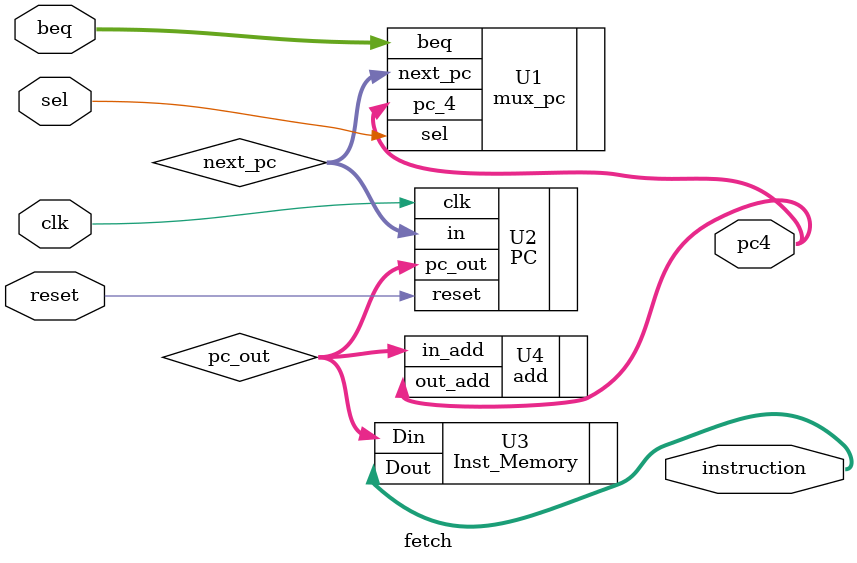
<source format=v>
`timescale 1ns / 1ps


module fetch(clk,instruction,pc4,beq,sel,reset);

input clk;
input [31:0] beq;
input sel;
input reset;

output [31:0] instruction;
output [31:0] pc4;

//wire [31:0] out_add;
wire [31:0] next_pc;
wire [31:0] pc_out;
//wire [31:0] Dout;

//////////////////////////   
//////////////////////////

mux_pc U1(
    //INPUT//
        .pc_4(pc4),
        .beq(beq),
        .sel(sel),
        
    //OUTPUT//  
        .next_pc(next_pc)
);

//////////////////////////   
//////////////////////////

PC U2(
    //INPUT//
        .in(next_pc),
        .clk(clk),
        .reset(reset),
        
    //OUTPUT// 
        .pc_out(pc_out)
);

//////////////////////////   
//////////////////////////

Inst_Memory U3(
    //INPUT// 
        .Din(pc_out),
    
    //OUTPUT// 
        .Dout(instruction)
);

//////////////////////////   
//////////////////////////

add U4(
    //INPUT// 
        .in_add(pc_out),
    
    //OUTPUT// 
        .out_add(pc4)
);

//////////////////////////   
//////////////////////////
/*
pipe1 U6(
    //INPUT//
        .in_inst(Dout),
        .clk(clk),
        .in_pc4(out_add),
        .reset(reset),
        
    //OUTPUT//
        .out_inst(instruction),
        .out_pc4(pc4)
        
);
*/
//////////////////////////   
//////////////////////////

endmodule

</source>
